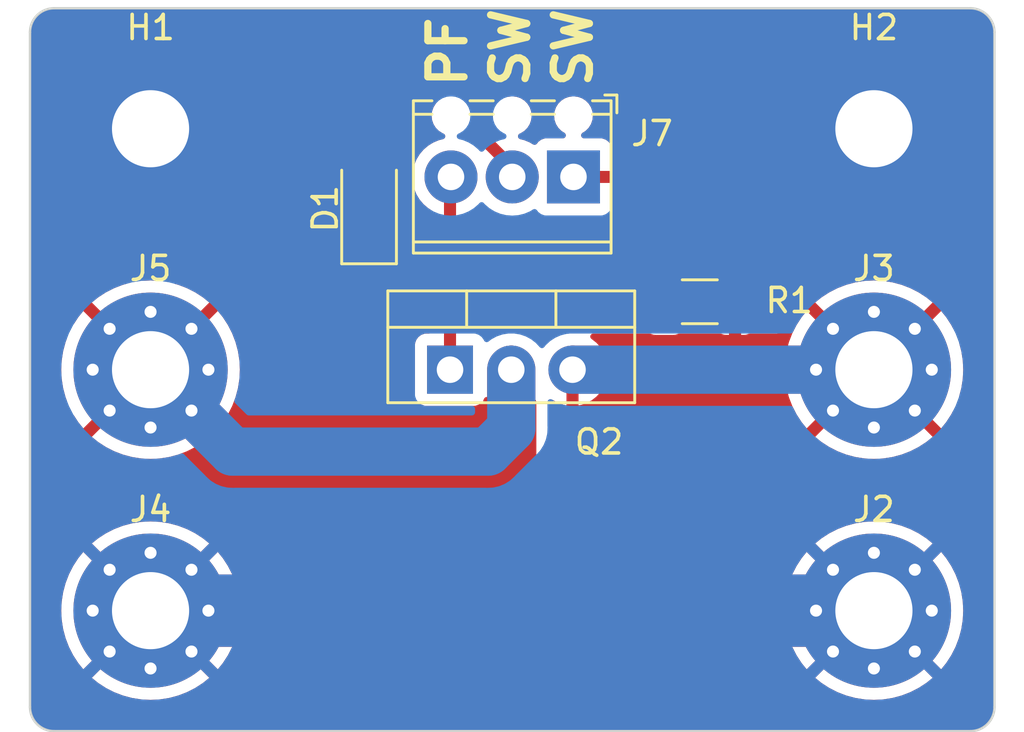
<source format=kicad_pcb>
(kicad_pcb (version 20221018) (generator pcbnew)
  (layers (0 "F.Cu" signal) (31 "B.Cu" signal) (34 "B.Paste" user) (35 "F.Paste" user) (36 "B.SilkS" user "B.Silkscreen") (37 "F.SilkS" user "F.Silkscreen") (38 "B.Mask" user) (39 "F.Mask" user) (44 "Edge.Cuts" user))
  (net 0 "")
  (net 1 "Net-(D1-K)")
  (net 2 "Net-(D1-A)")
  (net 3 "GND")
  (net 4 "Net-(J3-Pin_1)")
  (net 5 "Net-(J7-Pin_3)")
  (footprint "Diode_SMD:D_1206_3216Metric" (layer "F.Cu") (at 169.0624 93.3196 90)
    (fp_text reference "D1" (at 0 -1.82 90) (layer "F.SilkS"))
    (fp_text value "D")
    (fp_line (start -2.285 -1.135) (end -2.285 1.135) (stroke (width 0.12)) (layer "F.SilkS"))
    (fp_line (start -2.285 1.135) (end 1.6 1.135) (stroke (width 0.12)) (layer "F.SilkS"))
    (fp_line (start 1.6 -1.135) (end -2.285 -1.135) (stroke (width 0.12)) (layer "F.SilkS"))
    (pad "1" smd roundrect (at -1.4 0 90) (size 1.25 1.75) (layers "F.Cu" "F.Paste" "F.Mask") (roundrect_rratio 0.2) (net 1 "Net-(D1-K)"))
    (pad "2" smd roundrect (at 1.4 0 90) (size 1.25 1.75) (layers "F.Cu" "F.Paste" "F.Mask") (roundrect_rratio 0.2) (net 2 "Net-(D1-A)"))
  )
  (footprint "MountingHole:MountingHole_3.2mm_M3" (layer "F.Cu") (at 190 90)
    (fp_text reference "H2" (at 0 -4.2) (layer "F.SilkS"))
    (fp_text value "MountingHole")
    (pad "" np_thru_hole circle (at 0 0) (size 3.2 3.2) (drill 3.2) (layers "*.Cu" "*.Mask"))
  )
  (footprint "MountingHole:MountingHole_3.2mm_M3_Pad_Via" (layer "F.Cu") (at 160 110)
    (fp_text reference "J4" (at 0 -4.2) (layer "F.SilkS"))
    (fp_text value "Conn_01x01_Pin")
    (pad "1" thru_hole circle (at -2.4 0) (size 0.8 0.8) (drill 0.5) (layers "*.Cu" "*.Mask") (net 3 "GND"))
    (pad "1" thru_hole circle (at -1.697056 -1.697056) (size 0.8 0.8) (drill 0.5) (layers "*.Cu" "*.Mask") (net 3 "GND"))
    (pad "1" thru_hole circle (at -1.697056 1.697056) (size 0.8 0.8) (drill 0.5) (layers "*.Cu" "*.Mask") (net 3 "GND"))
    (pad "1" thru_hole circle (at 0 -2.4) (size 0.8 0.8) (drill 0.5) (layers "*.Cu" "*.Mask") (net 3 "GND"))
    (pad "1" thru_hole circle (at 0 0) (size 6.4 6.4) (drill 3.2) (layers "*.Cu" "*.Mask") (net 3 "GND"))
    (pad "1" thru_hole circle (at 0 2.4) (size 0.8 0.8) (drill 0.5) (layers "*.Cu" "*.Mask") (net 3 "GND"))
    (pad "1" thru_hole circle (at 1.697056 -1.697056) (size 0.8 0.8) (drill 0.5) (layers "*.Cu" "*.Mask") (net 3 "GND"))
    (pad "1" thru_hole circle (at 1.697056 1.697056) (size 0.8 0.8) (drill 0.5) (layers "*.Cu" "*.Mask") (net 3 "GND"))
    (pad "1" thru_hole circle (at 2.4 0) (size 0.8 0.8) (drill 0.5) (layers "*.Cu" "*.Mask") (net 3 "GND"))
  )
  (footprint "MountingHole:MountingHole_3.2mm_M3" (layer "F.Cu") (at 160 90)
    (fp_text reference "H1" (at 0 -4.2) (layer "F.SilkS"))
    (fp_text value "MountingHole")
    (pad "" np_thru_hole circle (at 0 0) (size 3.2 3.2) (drill 3.2) (layers "*.Cu" "*.Mask"))
  )
  (footprint "Package_TO_SOT_THT:TO-220-3_Vertical" (layer "F.Cu") (at 172.42 100)
    (fp_text reference "Q2" (at 6.18 3) (layer "F.SilkS"))
    (fp_text value "IPB120P04P4L-03")
    (fp_line (start -2.58 -3.27) (end -2.58 1.371) (stroke (width 0.12)) (layer "F.SilkS"))
    (fp_line (start -2.58 -3.27) (end 7.66 -3.27) (stroke (width 0.12)) (layer "F.SilkS"))
    (fp_line (start -2.58 -1.76) (end 7.66 -1.76) (stroke (width 0.12)) (layer "F.SilkS"))
    (fp_line (start -2.58 1.371) (end 7.66 1.371) (stroke (width 0.12)) (layer "F.SilkS"))
    (fp_line (start 0.69 -3.27) (end 0.69 -1.76) (stroke (width 0.12)) (layer "F.SilkS"))
    (fp_line (start 4.391 -3.27) (end 4.391 -1.76) (stroke (width 0.12)) (layer "F.SilkS"))
    (fp_line (start 7.66 -3.27) (end 7.66 1.371) (stroke (width 0.12)) (layer "F.SilkS"))
    (pad "1" thru_hole rect (at 0 0) (size 1.905 2) (drill 1.1) (layers "*.Cu" "*.Mask") (net 5 "Net-(J7-Pin_3)"))
    (pad "2" thru_hole oval (at 2.54 0) (size 1.905 2) (drill 1.1) (layers "*.Cu" "*.Mask") (net 1 "Net-(D1-K)"))
    (pad "3" thru_hole oval (at 5.08 0) (size 1.905 2) (drill 1.1) (layers "*.Cu" "*.Mask") (net 4 "Net-(J3-Pin_1)"))
  )
  (footprint "MountingHole:MountingHole_3.2mm_M3_Pad_Via" (layer "F.Cu") (at 190 110)
    (fp_text reference "J2" (at 0 -4.2) (layer "F.SilkS"))
    (fp_text value "Conn_01x01_Pin")
    (pad "1" thru_hole circle (at -2.4 0) (size 0.8 0.8) (drill 0.5) (layers "*.Cu" "*.Mask") (net 3 "GND"))
    (pad "1" thru_hole circle (at -1.697056 -1.697056) (size 0.8 0.8) (drill 0.5) (layers "*.Cu" "*.Mask") (net 3 "GND"))
    (pad "1" thru_hole circle (at -1.697056 1.697056) (size 0.8 0.8) (drill 0.5) (layers "*.Cu" "*.Mask") (net 3 "GND"))
    (pad "1" thru_hole circle (at 0 -2.4) (size 0.8 0.8) (drill 0.5) (layers "*.Cu" "*.Mask") (net 3 "GND"))
    (pad "1" thru_hole circle (at 0 0) (size 6.4 6.4) (drill 3.2) (layers "*.Cu" "*.Mask") (net 3 "GND"))
    (pad "1" thru_hole circle (at 0 2.4) (size 0.8 0.8) (drill 0.5) (layers "*.Cu" "*.Mask") (net 3 "GND"))
    (pad "1" thru_hole circle (at 1.697056 -1.697056) (size 0.8 0.8) (drill 0.5) (layers "*.Cu" "*.Mask") (net 3 "GND"))
    (pad "1" thru_hole circle (at 1.697056 1.697056) (size 0.8 0.8) (drill 0.5) (layers "*.Cu" "*.Mask") (net 3 "GND"))
    (pad "1" thru_hole circle (at 2.4 0) (size 0.8 0.8) (drill 0.5) (layers "*.Cu" "*.Mask") (net 3 "GND"))
  )
  (footprint "MountingHole:MountingHole_3.2mm_M3_Pad_Via" (layer "F.Cu") (at 160 100)
    (fp_text reference "J5" (at 0 -4.2) (layer "F.SilkS"))
    (fp_text value "Conn_01x01_Pin")
    (pad "1" thru_hole circle (at -2.4 0) (size 0.8 0.8) (drill 0.5) (layers "*.Cu" "*.Mask") (net 1 "Net-(D1-K)"))
    (pad "1" thru_hole circle (at -1.697056 -1.697056) (size 0.8 0.8) (drill 0.5) (layers "*.Cu" "*.Mask") (net 1 "Net-(D1-K)"))
    (pad "1" thru_hole circle (at -1.697056 1.697056) (size 0.8 0.8) (drill 0.5) (layers "*.Cu" "*.Mask") (net 1 "Net-(D1-K)"))
    (pad "1" thru_hole circle (at 0 -2.4) (size 0.8 0.8) (drill 0.5) (layers "*.Cu" "*.Mask") (net 1 "Net-(D1-K)"))
    (pad "1" thru_hole circle (at 0 0) (size 6.4 6.4) (drill 3.2) (layers "*.Cu" "*.Mask") (net 1 "Net-(D1-K)"))
    (pad "1" thru_hole circle (at 0 2.4) (size 0.8 0.8) (drill 0.5) (layers "*.Cu" "*.Mask") (net 1 "Net-(D1-K)"))
    (pad "1" thru_hole circle (at 1.697056 -1.697056) (size 0.8 0.8) (drill 0.5) (layers "*.Cu" "*.Mask") (net 1 "Net-(D1-K)"))
    (pad "1" thru_hole circle (at 1.697056 1.697056) (size 0.8 0.8) (drill 0.5) (layers "*.Cu" "*.Mask") (net 1 "Net-(D1-K)"))
    (pad "1" thru_hole circle (at 2.4 0) (size 0.8 0.8) (drill 0.5) (layers "*.Cu" "*.Mask") (net 1 "Net-(D1-K)"))
  )
  (footprint "MountingHole:MountingHole_3.2mm_M3_Pad_Via" (layer "F.Cu") (at 190 100)
    (fp_text reference "J3" (at 0 -4.2) (layer "F.SilkS"))
    (fp_text value "Conn_01x01_Pin")
    (pad "1" thru_hole circle (at -2.4 0) (size 0.8 0.8) (drill 0.5) (layers "*.Cu" "*.Mask") (net 4 "Net-(J3-Pin_1)"))
    (pad "1" thru_hole circle (at -1.697056 -1.697056) (size 0.8 0.8) (drill 0.5) (layers "*.Cu" "*.Mask") (net 4 "Net-(J3-Pin_1)"))
    (pad "1" thru_hole circle (at -1.697056 1.697056) (size 0.8 0.8) (drill 0.5) (layers "*.Cu" "*.Mask") (net 4 "Net-(J3-Pin_1)"))
    (pad "1" thru_hole circle (at 0 -2.4) (size 0.8 0.8) (drill 0.5) (layers "*.Cu" "*.Mask") (net 4 "Net-(J3-Pin_1)"))
    (pad "1" thru_hole circle (at 0 0) (size 6.4 6.4) (drill 3.2) (layers "*.Cu" "*.Mask") (net 4 "Net-(J3-Pin_1)"))
    (pad "1" thru_hole circle (at 0 2.4) (size 0.8 0.8) (drill 0.5) (layers "*.Cu" "*.Mask") (net 4 "Net-(J3-Pin_1)"))
    (pad "1" thru_hole circle (at 1.697056 -1.697056) (size 0.8 0.8) (drill 0.5) (layers "*.Cu" "*.Mask") (net 4 "Net-(J3-Pin_1)"))
    (pad "1" thru_hole circle (at 1.697056 1.697056) (size 0.8 0.8) (drill 0.5) (layers "*.Cu" "*.Mask") (net 4 "Net-(J3-Pin_1)"))
    (pad "1" thru_hole circle (at 2.4 0) (size 0.8 0.8) (drill 0.5) (layers "*.Cu" "*.Mask") (net 4 "Net-(J3-Pin_1)"))
  )
  (footprint "Resistor_SMD:R_1206_3216Metric" (layer "F.Cu") (at 182.7784 97.1804 180)
    (fp_text reference "R1" (at -3.7084 0.0508) (layer "F.SilkS"))
    (fp_text value "10k")
    (fp_line (start -0.727064 -0.91) (end 0.727064 -0.91) (stroke (width 0.12)) (layer "F.SilkS"))
    (fp_line (start -0.727064 0.91) (end 0.727064 0.91) (stroke (width 0.12)) (layer "F.SilkS"))
    (pad "1" smd roundrect (at -1.4625 0 180) (size 1.125 1.75) (layers "F.Cu" "F.Paste" "F.Mask") (roundrect_rratio 0.222222) (net 4 "Net-(J3-Pin_1)"))
    (pad "2" smd roundrect (at 1.4625 0 180) (size 1.125 1.75) (layers "F.Cu" "F.Paste" "F.Mask") (roundrect_rratio 0.222222) (net 5 "Net-(J7-Pin_3)"))
  )
  (footprint "MK_TerminalBlock_Phoenix:TerminalBlock_Phoenix_MPT-0,5-3-2.54_1x03_P2.54mm_Horizontal" (layer "F.Cu") (at 177.54 92 180)
    (fp_text reference "J7" (at -3.26 1.8) (layer "F.SilkS"))
    (fp_text value "Conn_01x03")
    (fp_line (start -1.8 2.66) (end -1.8 3.4) (stroke (width 0.12)) (layer "F.SilkS"))
    (fp_line (start -1.8 3.4) (end -1.3 3.4) (stroke (width 0.12)) (layer "F.SilkS"))
    (fp_line (start -1.56 -3.16) (end -1.56 3.16) (stroke (width 0.12)) (layer "F.SilkS"))
    (fp_line (start -1.56 -3.16) (end 6.64 -3.16) (stroke (width 0.12)) (layer "F.SilkS"))
    (fp_line (start -1.56 -2.7) (end 6.64 -2.7) (stroke (width 0.12)) (layer "F.SilkS"))
    (fp_line (start -1.56 2.6) (end -0.79 2.6) (stroke (width 0.12)) (layer "F.SilkS"))
    (fp_line (start -1.56 3.16) (end -0.79 3.16) (stroke (width 0.12)) (layer "F.SilkS"))
    (fp_line (start 0.79 2.6) (end 1.75 2.6) (stroke (width 0.12)) (layer "F.SilkS"))
    (fp_line (start 0.79 3.16) (end 1.75 3.16) (stroke (width 0.12)) (layer "F.SilkS"))
    (fp_line (start 3.33 2.6) (end 4.29 2.6) (stroke (width 0.12)) (layer "F.SilkS"))
    (fp_line (start 3.33 3.16) (end 4.29 3.16) (stroke (width 0.12)) (layer "F.SilkS"))
    (fp_line (start 5.87 2.6) (end 6.64 2.6) (stroke (width 0.12)) (layer "F.SilkS"))
    (fp_line (start 5.87 3.16) (end 6.64 3.16) (stroke (width 0.12)) (layer "F.SilkS"))
    (fp_line (start 6.64 -3.16) (end 6.64 3.16) (stroke (width 0.12)) (layer "F.SilkS"))
    (pad "" np_thru_hole circle (at 0 2.54 180) (size 1.1 1.1) (drill 1.1) (layers "*.Cu" "*.Mask"))
    (pad "" np_thru_hole circle (at 2.54 2.54 180) (size 1.1 1.1) (drill 1.1) (layers "*.Cu" "*.Mask"))
    (pad "" np_thru_hole circle (at 5.08 2.54 180) (size 1.1 1.1) (drill 1.1) (layers "*.Cu" "*.Mask"))
    (pad "1" thru_hole rect (at 0 0 180) (size 2.2 2.2) (drill 1.1) (layers "*.Cu" "*.Mask") (net 4 "Net-(J3-Pin_1)"))
    (pad "2" thru_hole circle (at 2.54 0 180) (size 2.2 2.2) (drill 1.1) (layers "*.Cu" "*.Mask") (net 2 "Net-(D1-A)"))
    (pad "3" thru_hole circle (at 5.08 0 180) (size 2.2 2.2) (drill 1.1) (layers "*.Cu" "*.Mask") (net 5 "Net-(J7-Pin_3)"))
  )
  (gr_line (start 194 85) (end 156 85) (stroke (width 0.1)) (layer "Edge.Cuts"))
  (gr_arc (start 155 86) (mid 155.292893 85.292893) (end 156 85) (stroke (width 0.1)) (layer "Edge.Cuts"))
  (gr_arc (start 156 115) (mid 155.292893 114.707107) (end 155 114) (stroke (width 0.1)) (layer "Edge.Cuts"))
  (gr_arc (start 194 85) (mid 194.707107 85.292893) (end 195 86) (stroke (width 0.1)) (layer "Edge.Cuts"))
  (gr_arc (start 195 114) (mid 194.707107 114.707107) (end 194 115) (stroke (width 0.1)) (layer "Edge.Cuts"))
  (gr_line (start 155 86) (end 155 114) (stroke (width 0.1)) (layer "Edge.Cuts"))
  (gr_line (start 195 114) (end 195 86) (stroke (width 0.1)) (layer "Edge.Cuts"))
  (gr_line (start 156 115) (end 194 115) (stroke (width 0.1)) (layer "Edge.Cuts"))
  (gr_text "SW" (at 178.4 88.4 90) (layer "F.SilkS") (effects (font (size 1.5 1.5) (thickness 0.3) bold) (justify left bottom)))
  (gr_text "SW" (at 175.8 88.4 90) (layer "F.SilkS") (effects (font (size 1.5 1.5) (thickness 0.3) bold) (justify left bottom)))
  (gr_text "PF" (at 173.2 88.4 90) (layer "F.SilkS") (effects (font (size 1.5 1.5) (thickness 0.3) bold) (justify left bottom)))
  (segment (start 169.0624 103.1624) (end 169.4 103.5) (width 0.5) (layer "F.Cu") (net 1))
  (segment (start 169.4 103.5) (end 163.5 103.5) (width 2) (layer "F.Cu") (net 1))
  (segment (start 174 103.5) (end 169.4 103.5) (width 2) (layer "F.Cu") (net 1))
  (segment (start 174.96 100) (end 174.96 101.46) (width 1) (layer "F.Cu") (net 1))
  (segment (start 163.5 103.5) (end 161.697056 101.697056) (width 2) (layer "F.Cu") (net 1))
  (segment (start 174.96 101.46) (end 175 101.5) (width 1) (layer "F.Cu") (net 1))
  (segment (start 174.96 100) (end 174.96 102.54) (width 2) (layer "F.Cu") (net 1))
  (segment (start 169.0624 94.7196) (end 169.0624 103.1624) (width 0.5) (layer "F.Cu") (net 1))
  (segment (start 174.96 102.54) (end 174 103.5) (width 2) (layer "F.Cu") (net 1))
  (segment (start 160 100) (end 163.4 103.4) (width 2) (layer "B.Cu") (net 1))
  (segment (start 174.96 102.44) (end 174.96 100) (width 2) (layer "B.Cu") (net 1))
  (segment (start 174 103.4) (end 174.96 102.44) (width 2) (layer "B.Cu") (net 1))
  (segment (start 163.4 103.4) (end 174 103.4) (width 2) (layer "B.Cu") (net 1))
  (segment (start 173.2 88) (end 169.4 88) (width 0.5) (layer "F.Cu") (net 2))
  (segment (start 175 92) (end 175 91.6) (width 0.5) (layer "F.Cu") (net 2))
  (segment (start 173.95 88.75) (end 173.2 88) (width 0.5) (layer "F.Cu") (net 2))
  (segment (start 173.95 90.55) (end 173.95 88.75) (width 0.5) (layer "F.Cu") (net 2))
  (segment (start 169.4 88) (end 169.0624 88.3376) (width 0.5) (layer "F.Cu") (net 2))
  (segment (start 169.0624 88.3376) (end 169.0624 91.9196) (width 0.5) (layer "F.Cu") (net 2))
  (segment (start 175 91.6) (end 173.95 90.55) (width 0.5) (layer "F.Cu") (net 2))
  (segment (start 160 110) (end 190.0248 110) (width 3) (layer "F.Cu") (net 3))
  (segment (start 190.0248 110) (end 190.0428 109.982) (width 3) (layer "F.Cu") (net 3))
  (segment (start 190 110) (end 160 110) (width 3) (layer "B.Cu") (net 3))
  (segment (start 190 100) (end 184.2 100) (width 2) (layer "F.Cu") (net 4))
  (segment (start 184.2409 93.0409) (end 183.2 92) (width 0.5) (layer "F.Cu") (net 4))
  (segment (start 184.2409 97.1804) (end 184.2409 99.9591) (width 0.5) (layer "F.Cu") (net 4))
  (segment (start 184.2409 99.9591) (end 184.2 100) (width 0.5) (layer "F.Cu") (net 4))
  (segment (start 177.54 92) (end 183.2 92) (width 0.5) (layer "F.Cu") (net 4))
  (segment (start 184.2409 97.1804) (end 184.2409 93.0409) (width 0.5) (layer "F.Cu") (net 4))
  (segment (start 184.2 100) (end 182.88 100) (width 2) (layer "F.Cu") (net 4))
  (segment (start 177.5 100) (end 182.88 100) (width 2) (layer "F.Cu") (net 4))
  (segment (start 190 100) (end 177.5 100) (width 2) (layer "B.Cu") (net 4))
  (segment (start 181.3159 97.1804) (end 173.0396 97.1804) (width 0.5) (layer "F.Cu") (net 5))
  (segment (start 173.0396 97.1804) (end 172.42 97.8) (width 0.5) (layer "F.Cu") (net 5))
  (segment (start 172.42 92.04) (end 172.46 92) (width 0.5) (layer "F.Cu") (net 5))
  (segment (start 172.42 100) (end 172.42 97.8) (width 0.5) (layer "F.Cu") (net 5))
  (segment (start 172.42 97.8) (end 172.42 92.04) (width 0.5) (layer "F.Cu") (net 5))
  (zone (net 3) (net_name "GND") (layer "F.Cu") (priority 2) (connect_pads (clearance 0.5)) (min_thickness 0.25) (fill yes (thermal_gap 0.5) (thermal_bridge_width 0.5))
    (polygon (pts (xy 155 85) (xy 195 85) (xy 195 115) (xy 155 115)))
  )
  (zone (net 4) (net_name "Net-(J3-Pin_1)") (layer "F.Cu") (priority 4) (connect_pads (clearance 0.5)) (min_thickness 0.25) (fill yes (thermal_gap 0.5) (thermal_bridge_width 0.5) (smoothing fillet) (radius 0.3))
    (polygon (pts (xy 193.5 95.5) (xy 193.5 105) (xy 176.5 105) (xy 176.5 98.5) (xy 186 98.5) (xy 186 95.5)))
  )
  (zone (net 1) (net_name "Net-(D1-K)") (layer "F.Cu") (priority 4) (connect_pads (clearance 0.5)) (min_thickness 0.25) (fill yes (thermal_gap 0.5) (thermal_bridge_width 0.5) (smoothing fillet) (radius 0.3))
    (polygon (pts (xy 173.8 101.4) (xy 169.6 101.4) (xy 169.6 96.2) (xy 156.6 96.2) (xy 156.6 105) (xy 176 105) (xy 176 98.6) (xy 173.8 98.6)))
  )
  (zone (net 3) (net_name "GND") (layer "B.Cu") (connect_pads (clearance 0.5)) (min_thickness 0.25) (fill yes (thermal_gap 0.5) (thermal_bridge_width 0.5))
    (polygon (pts (xy 155 85) (xy 195 85) (xy 195 115) (xy 155 115)))
  )
)
</source>
